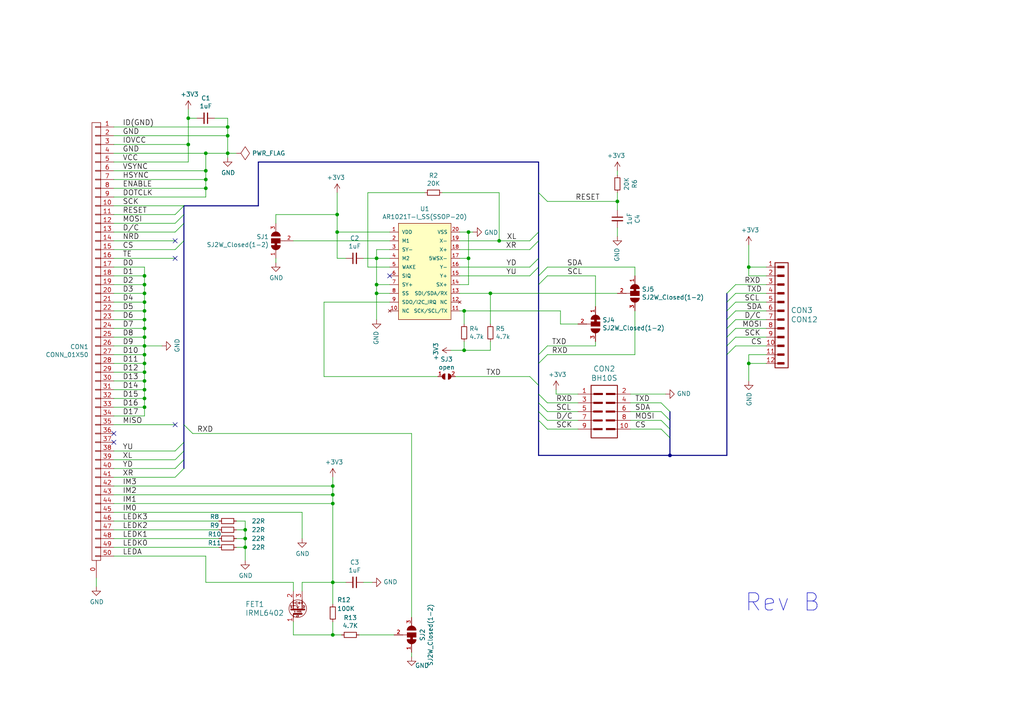
<source format=kicad_sch>
(kicad_sch (version 20230121) (generator eeschema)
  (paper "A4")
  (lib_symbols
    (symbol "MOD-LCD2.8RTP_RevB-rescue:+3.3V-MOD-LCD2.8RTP" (power) (pin_names (offset 0))
      (property "Value" "+3.3V-MOD-LCD2.8RTP" (at 0 3.556 0))
      (symbol "+3.3V-MOD-LCD2.8RTP_1_1"
        (pin power_in line (at 0 0 90) (length 0) hide (name "+3V3") (number "1"))
      )
    )
    (symbol "MOD-LCD2.8RTP_RevB-rescue:AR1021T-I_SS(SSOP-20)-MOD-LCD2.8RTP" (pin_names (offset 1.016))
      (property "Reference" "U" (at 0 15.24 0))
      (property "Value" "AR1021T-I_SS(SSOP-20)-MOD-LCD2.8RTP" (at 0 -17.78 0))
      (symbol "AR1021T-I_SS(SSOP-20)-MOD-LCD2.8RTP_1_1"
        (pin power_in line (at -10.16 10.16 0) (length 2.4892) (name "VDD") (number "1"))
        (pin no_connect line (at -10.16 -12.7 0) (length 2.4892) (name "NC") (number "10"))
        (pin bidirectional line (at 10.16 -12.7 180) (length 2.4892) (name "SCK/SCL/TX") (number "11"))
        (pin no_connect line (at 10.16 -10.16 180) (length 2.4892) (name "NC") (number "12"))
        (pin bidirectional line (at 10.16 -7.62 180) (length 2.4892) (name "SDI/SDA/RX") (number "13"))
        (pin input line (at 10.16 -5.08 180) (length 2.4892) (name "SX+") (number "14"))
        (pin output line (at 10.16 -2.54 180) (length 2.4892) (name "Y+") (number "15"))
        (pin output line (at 10.16 0 180) (length 2.4892) (name "Y-") (number "16"))
        (pin input line (at 10.16 2.54 180) (length 2.4892) (name "5WSX-") (number "17"))
        (pin output line (at 10.16 5.08 180) (length 2.4892) (name "X+") (number "18"))
        (pin output line (at 10.16 7.62 180) (length 2.4892) (name "X-") (number "19"))
        (pin input line (at -10.16 7.62 0) (length 2.4892) (name "M1") (number "2"))
        (pin power_in line (at 10.16 10.16 180) (length 2.4892) (name "VSS") (number "20"))
        (pin input line (at -10.16 5.08 0) (length 2.4892) (name "SY-") (number "3"))
        (pin input line (at -10.16 2.54 0) (length 2.4892) (name "M2") (number "4"))
        (pin input line (at -10.16 0 0) (length 2.4892) (name "WAKE") (number "5"))
        (pin output line (at -10.16 -2.54 0) (length 2.4892) (name "SIQ") (number "6"))
        (pin input line (at -10.16 -5.08 0) (length 2.4892) (name "SY+") (number "7"))
        (pin input line (at -10.16 -7.62 0) (length 2.4892) (name "SS") (number "8"))
        (pin output line (at -10.16 -10.16 0) (length 2.4892) (name "SDO/I2C_IRQ") (number "9"))
      )
    )
    (symbol "MOD-LCD2.8RTP_RevB-rescue:BH10S-MOD-LCD2.8RTP" (pin_names (offset 1.016) hide)
      (property "Reference" "CON" (at 0.0508 8.9154 0))
      (property "Value" "BH10S-MOD-LCD2.8RTP" (at 0.3048 -9.4234 0))
      (symbol "BH10S-MOD-LCD2.8RTP_1_1"
        (pin passive line (at -7.62 5.08 0) (length 3.7084) (name "1") (number "1"))
        (pin passive line (at 7.62 -5.08 180) (length 3.7084) (name "10") (number "10"))
        (pin passive line (at 7.62 5.08 180) (length 3.7084) (name "2") (number "2"))
        (pin passive line (at -7.62 2.54 0) (length 3.7084) (name "3") (number "3"))
        (pin passive line (at 7.62 2.54 180) (length 3.7084) (name "4") (number "4"))
        (pin passive line (at -7.62 0 0) (length 3.7084) (name "5") (number "5"))
        (pin passive line (at 7.62 0 180) (length 3.7084) (name "6") (number "6"))
        (pin passive line (at -7.62 -2.54 0) (length 3.7084) (name "7") (number "7"))
        (pin passive line (at 7.62 -2.54 180) (length 3.7084) (name "8") (number "8"))
        (pin passive line (at -7.62 -5.08 0) (length 3.7084) (name "9") (number "9"))
      )
    )
    (symbol "MOD-LCD2.8RTP_RevB-rescue:CON12-MOD-LCD2.8RTP" (pin_names (offset 1.016))
      (property "Reference" "CON" (at -1.27 15.24 0))
      (property "Value" "CON12-MOD-LCD2.8RTP" (at 0 -17.78 0))
      (symbol "CON12-MOD-LCD2.8RTP_1_1"
        (pin passive line (at 2.54 12.7 180) (length 2.54) (name "~") (number "1"))
        (pin passive line (at 2.54 -10.16 180) (length 2.54) (name "~") (number "10"))
        (pin passive line (at 2.54 -12.7 180) (length 2.54) (name "~") (number "11"))
        (pin passive line (at 2.54 -15.24 180) (length 2.54) (name "~") (number "12"))
        (pin passive line (at 2.54 10.16 180) (length 2.54) (name "~") (number "2"))
        (pin passive line (at 2.54 7.62 180) (length 2.54) (name "~") (number "3"))
        (pin passive line (at 2.54 5.08 180) (length 2.54) (name "~") (number "4"))
        (pin passive line (at 2.54 2.54 180) (length 2.54) (name "~") (number "5"))
        (pin passive line (at 2.54 0 180) (length 2.54) (name "~") (number "6"))
        (pin passive line (at 2.54 -2.54 180) (length 2.54) (name "~") (number "7"))
        (pin passive line (at 2.54 -5.08 180) (length 2.54) (name "~") (number "8"))
        (pin passive line (at 2.54 -7.62 180) (length 2.54) (name "~") (number "9"))
      )
    )
    (symbol "MOD-LCD2.8RTP_RevB-rescue:CONN_01X50-MOD-LCD2.8RTP" (pin_names (offset 1.016) hide)
      (property "Reference" "CON" (at 0 64.77 0))
      (property "Value" "CONN_01X50-MOD-LCD2.8RTP" (at 2.54 12.7 90))
      (symbol "CONN_01X50-MOD-LCD2.8RTP_1_1"
        (pin passive line (at 0 -68.58 90) (length 5.08) (name "P0") (number "0"))
        (pin passive line (at -5.08 62.23 0) (length 3.81) (name "P1") (number "1"))
        (pin passive line (at -5.08 39.37 0) (length 3.81) (name "P10") (number "10"))
        (pin passive line (at -5.08 36.83 0) (length 3.81) (name "P11") (number "11"))
        (pin passive line (at -5.08 34.29 0) (length 3.81) (name "P12") (number "12"))
        (pin passive line (at -5.08 31.75 0) (length 3.81) (name "P13") (number "13"))
        (pin passive line (at -5.08 29.21 0) (length 3.81) (name "P14") (number "14"))
        (pin passive line (at -5.08 26.67 0) (length 3.81) (name "P15") (number "15"))
        (pin passive line (at -5.08 24.13 0) (length 3.81) (name "P16") (number "16"))
        (pin passive line (at -5.08 21.59 0) (length 3.81) (name "P17") (number "17"))
        (pin passive line (at -5.08 19.05 0) (length 3.81) (name "P18") (number "18"))
        (pin passive line (at -5.08 16.51 0) (length 3.81) (name "P19") (number "19"))
        (pin passive line (at -5.08 59.69 0) (length 3.81) (name "P2") (number "2"))
        (pin passive line (at -5.08 13.97 0) (length 3.81) (name "P20") (number "20"))
        (pin passive line (at -5.08 11.43 0) (length 3.81) (name "P21") (number "21"))
        (pin passive line (at -5.08 8.89 0) (length 3.81) (name "P22") (number "22"))
        (pin passive line (at -5.08 6.35 0) (length 3.81) (name "P23") (number "23"))
        (pin passive line (at -5.08 3.81 0) (length 3.81) (name "P24") (number "24"))
        (pin passive line (at -5.08 1.27 0) (length 3.81) (name "P25") (number "25"))
        (pin passive line (at -5.08 -1.27 0) (length 3.81) (name "P26") (number "26"))
        (pin passive line (at -5.08 -3.81 0) (length 3.81) (name "P27") (number "27"))
        (pin passive line (at -5.08 -6.35 0) (length 3.81) (name "P28") (number "28"))
        (pin passive line (at -5.08 -8.89 0) (length 3.81) (name "P29") (number "29"))
        (pin passive line (at -5.08 57.15 0) (length 3.81) (name "P3") (number "3"))
        (pin passive line (at -5.08 -11.43 0) (length 3.81) (name "P30") (number "30"))
        (pin passive line (at -5.08 -13.97 0) (length 3.81) (name "P31") (number "31"))
        (pin passive line (at -5.08 -16.51 0) (length 3.81) (name "P32") (number "32"))
        (pin passive line (at -5.08 -19.05 0) (length 3.81) (name "P33") (number "33"))
        (pin passive line (at -5.08 -21.59 0) (length 3.81) (name "P34") (number "34"))
        (pin passive line (at -5.08 -24.13 0) (length 3.81) (name "P35") (number "35"))
        (pin passive line (at -5.08 -26.67 0) (length 3.81) (name "P36") (number "36"))
        (pin passive line (at -5.08 -29.21 0) (length 3.81) (name "P37") (number "37"))
        (pin passive line (at -5.08 -31.75 0) (length 3.81) (name "P38") (number "38"))
        (pin passive line (at -5.08 -34.29 0) (length 3.81) (name "P39") (number "39"))
        (pin passive line (at -5.08 54.61 0) (length 3.81) (name "P4") (number "4"))
        (pin passive line (at -5.08 -36.83 0) (length 3.81) (name "P40") (number "40"))
        (pin passive line (at -5.08 -39.37 0) (length 3.81) (name "P4") (number "41"))
        (pin passive line (at -5.08 -41.91 0) (length 3.81) (name "P42") (number "42"))
        (pin passive line (at -5.08 -44.45 0) (length 3.81) (name "P43") (number "43"))
        (pin passive line (at -5.08 -46.99 0) (length 3.81) (name "P44") (number "44"))
        (pin passive line (at -5.08 -49.53 0) (length 3.81) (name "P45") (number "45"))
        (pin passive line (at -5.08 -52.07 0) (length 3.81) (name "P46") (number "46"))
        (pin passive line (at -5.08 -54.61 0) (length 3.81) (name "P47") (number "47"))
        (pin passive line (at -5.08 -57.15 0) (length 3.81) (name "P48") (number "48"))
        (pin passive line (at -5.08 -59.69 0) (length 3.81) (name "P49") (number "49"))
        (pin passive line (at -5.08 52.07 0) (length 3.81) (name "P5") (number "5"))
        (pin passive line (at -5.08 -62.23 0) (length 3.81) (name "P50") (number "50"))
        (pin passive line (at -5.08 49.53 0) (length 3.81) (name "P6") (number "6"))
        (pin passive line (at -5.08 46.99 0) (length 3.81) (name "P7") (number "7"))
        (pin passive line (at -5.08 44.45 0) (length 3.81) (name "P8") (number "8"))
        (pin passive line (at -5.08 41.91 0) (length 3.81) (name "P9") (number "9"))
      )
    )
    (symbol "MOD-LCD2.8RTP_RevB-rescue:C_Small-MOD-LCD2.8RTP" (pin_numbers hide) (pin_names (offset 0.254) hide)
      (property "Reference" "C" (at 0.254 1.778 0))
      (property "Value" "C_Small-MOD-LCD2.8RTP" (at 0.254 -2.032 0))
      (symbol "C_Small-MOD-LCD2.8RTP_1_1"
        (pin passive line (at 0 2.54 270) (length 1.905) (name "~") (number "1"))
        (pin passive line (at 0 -2.54 90) (length 2.032) (name "~") (number "2"))
      )
    )
    (symbol "MOD-LCD2.8RTP_RevB-rescue:GND-MOD-LCD2.8RTP" (power) (pin_names (offset 0))
      (property "Value" "GND-MOD-LCD2.8RTP" (at 0 -3.81 0))
      (symbol "GND-MOD-LCD2.8RTP_1_1"
        (pin power_in line (at 0 0 270) (length 0) hide (name "GND") (number "1"))
      )
    )
    (symbol "MOD-LCD2.8RTP_RevB-rescue:N-MOS+DIOD_Small-MOD-LCD2.8RTP" (pin_names (offset 0) hide)
      (property "Reference" "FET" (at 0 3.81 0))
      (property "Value" "N-MOS+DIOD_Small-MOD-LCD2.8RTP" (at 0 -5.08 0))
      (symbol "N-MOS+DIOD_Small-MOD-LCD2.8RTP_0_0"
        (text "D" (at 0.5588 1.778 900) (effects (font (size 0.635 0.635))))
        (text "N-MOS" (at -0.889 -0.0254 900) (effects (font (size 0.4064 0.4064))))
        (text "S" (at 0.5842 -1.8796 900) (effects (font (size 0.635 0.635))))
      )
      (symbol "N-MOS+DIOD_Small-MOD-LCD2.8RTP_1_0"
        (text "G" (at -2.159 -0.0762 0) (effects (font (size 0.635 0.635))))
      )
      (symbol "N-MOS+DIOD_Small-MOD-LCD2.8RTP_1_1"
        (pin input line (at -3.81 -1.27 0) (length 1.27) (name "G") (number "1"))
        (pin passive line (at 5.08 -1.27 180) (length 2.54) (name "S") (number "2"))
        (pin passive line (at 5.08 1.27 180) (length 2.54) (name "D") (number "3"))
      )
    )
    (symbol "MOD-LCD2.8RTP_RevB-rescue:PWR_FLAG-MOD-LCD2.8RTP" (power) (pin_numbers hide) (pin_names (offset 0) hide)
      (property "Value" "PWR_FLAG-MOD-LCD2.8RTP" (at 0 4.572 0))
      (symbol "PWR_FLAG-MOD-LCD2.8RTP_0_0"
        (pin power_out line (at 0 0 90) (length 0) (name "pwr") (number "1"))
      )
    )
    (symbol "MOD-LCD2.8RTP_RevB-rescue:R_Small-MOD-LCD2.8RTP" (pin_numbers hide) (pin_names (offset 0.254) hide)
      (property "Reference" "R" (at 0.762 0.508 0))
      (property "Value" "R_Small-MOD-LCD2.8RTP" (at 0.762 -1.016 0))
      (symbol "R_Small-MOD-LCD2.8RTP_1_1"
        (pin passive line (at 0 2.54 270) (length 0.762) (name "~") (number "1"))
        (pin passive line (at 0 -2.54 90) (length 0.762) (name "~") (number "2"))
      )
    )
    (symbol "MOD-LCD2.8RTP_RevB-rescue:SJ-OLIMEX_Jumpers" (pin_names (offset 1.016) hide)
      (property "Reference" "SJ" (at -1.27 1.905 0))
      (property "Value" "OLIMEX_Jumpers:SJ" (at -1.27 -2.54 0))
      (symbol "SJ-OLIMEX_Jumpers_1_1"
        (pin passive line (at -2.54 0 0) (length 1.27) (name "1") (number "1"))
        (pin passive line (at 2.54 0 180) (length 1.27) (name "2") (number "2"))
      )
    )
    (symbol "MOD-LCD2.8RTP_RevB-rescue:SJ2W_Closed(1-2)-MOD-LCD2.8RTP" (pin_names (offset 1.016) hide)
      (property "Reference" "SJ" (at 2.54 0.381 0))
      (property "Value" "SJ2W_Closed(1-2)-MOD-LCD2.8RTP" (at 2.54 -1.905 0))
      (symbol "SJ2W_Closed(1-2)-MOD-LCD2.8RTP_1_1"
        (pin passive line (at 0 5.08 270) (length 2.54) (name "1") (number "1"))
        (pin passive line (at -5.08 0 0) (length 2.54) (name "2") (number "2"))
        (pin passive line (at 0 -5.08 90) (length 2.54) (name "3") (number "3"))
      )
    )
  )
  (junction (at 96.52 143.51))
  (junction (at 96.52 146.05))
  (junction (at 144.78 69.85))
  (junction (at 97.79 67.31))
  (junction (at 135.89 67.31))
  (junction (at 41.91 118.11))
  (junction (at 41.91 107.95))
  (junction (at 66.04 39.37))
  (junction (at 71.12 158.75))
  (junction (at 41.91 82.55))
  (junction (at 54.61 41.91))
  (junction (at 71.12 153.67))
  (junction (at 59.69 54.61))
  (junction (at 109.22 82.55))
  (junction (at 217.17 105.41))
  (junction (at 194.31 132.08))
  (junction (at 109.22 85.09))
  (junction (at 54.61 34.29))
  (junction (at 41.91 100.33))
  (junction (at 96.52 184.15))
  (junction (at 41.91 85.09))
  (junction (at 41.91 95.25))
  (junction (at 134.62 90.17))
  (junction (at 41.91 115.57))
  (junction (at 96.52 140.97))
  (junction (at 97.79 62.23))
  (junction (at 41.91 87.63))
  (junction (at 96.52 168.91))
  (junction (at 59.69 52.07))
  (junction (at 41.91 92.71))
  (junction (at 217.17 77.47))
  (junction (at 142.24 85.09))
  (junction (at 66.04 44.45))
  (junction (at 41.91 97.79))
  (junction (at 66.04 36.83))
  (junction (at 59.69 49.53))
  (junction (at 41.91 80.01))
  (junction (at 135.89 74.93))
  (junction (at 41.91 102.87))
  (junction (at 41.91 90.17))
  (junction (at 41.91 113.03))
  (junction (at 41.91 105.41))
  (junction (at 109.22 74.93))
  (junction (at 59.69 44.45))
  (junction (at 41.91 110.49))
  (junction (at 179.07 58.42))
  (junction (at 134.62 101.6))
  (junction (at 71.12 156.21))
  (no_connect (at 33.02 128.27))
  (no_connect (at 50.8 123.19))
  (no_connect (at 33.02 125.73))
  (no_connect (at 50.8 74.93))
  (no_connect (at 113.03 80.01))
  (no_connect (at 50.8 69.85))
  (bus_entry (at 213.36 100.33) (size -2.54 2.54))
  (bus_entry (at 158.75 100.33) (size -2.54 2.54))
  (bus_entry (at 213.36 85.09) (size -2.54 2.54))
  (bus_entry (at 156.21 77.47) (size -2.54 2.54))
  (bus_entry (at 156.21 121.92) (size 2.54 2.54))
  (bus_entry (at 213.36 87.63) (size -2.54 2.54))
  (bus_entry (at 158.75 58.42) (size -2.54 -2.54))
  (bus_entry (at 50.8 138.43) (size 2.54 -2.54))
  (bus_entry (at 191.77 119.38) (size 2.54 2.54))
  (bus_entry (at 213.36 95.25) (size -2.54 2.54))
  (bus_entry (at 50.8 72.39) (size 2.54 -2.54))
  (bus_entry (at 191.77 121.92) (size 2.54 2.54))
  (bus_entry (at 156.21 69.85) (size -2.54 2.54))
  (bus_entry (at 153.67 109.22) (size 2.54 2.54))
  (bus_entry (at 156.21 116.84) (size 2.54 2.54))
  (bus_entry (at 213.36 92.71) (size -2.54 2.54))
  (bus_entry (at 156.21 67.31) (size -2.54 2.54))
  (bus_entry (at 50.8 67.31) (size 2.54 -2.54))
  (bus_entry (at 50.8 130.81) (size 2.54 -2.54))
  (bus_entry (at 50.8 133.35) (size 2.54 -2.54))
  (bus_entry (at 50.8 135.89) (size 2.54 -2.54))
  (bus_entry (at 50.8 62.23) (size 2.54 -2.54))
  (bus_entry (at 158.75 102.87) (size -2.54 2.54))
  (bus_entry (at 50.8 64.77) (size 2.54 -2.54))
  (bus_entry (at 213.36 97.79) (size -2.54 2.54))
  (bus_entry (at 156.21 114.3) (size 2.54 2.54))
  (bus_entry (at 53.34 123.19) (size 2.54 2.54))
  (bus_entry (at 158.75 77.47) (size -2.54 2.54))
  (bus_entry (at 156.21 119.38) (size 2.54 2.54))
  (bus_entry (at 191.77 124.46) (size 2.54 2.54))
  (bus_entry (at 213.36 82.55) (size -2.54 2.54))
  (bus_entry (at 213.36 90.17) (size -2.54 2.54))
  (bus_entry (at 158.75 80.01) (size -2.54 2.54))
  (bus_entry (at 156.21 74.93) (size -2.54 2.54))
  (bus_entry (at 191.77 116.84) (size 2.54 2.54))
  (wire (pts (xy 87.63 171.45) (xy 87.63 168.91)))
  (wire (pts (xy 59.69 168.91) (xy 85.09 168.91)))
  (wire (pts (xy 113.03 74.93) (xy 109.22 74.93)))
  (wire (pts (xy 33.02 115.57) (xy 41.91 115.57)))
  (wire (pts (xy 123.19 55.88) (xy 106.68 55.88)))
  (wire (pts (xy 96.52 184.15) (xy 99.06 184.15)))
  (wire (pts (xy 33.02 97.79) (xy 41.91 97.79)))
  (wire (pts (xy 158.75 116.84) (xy 167.64 116.84)))
  (wire (pts (xy 33.02 158.75) (xy 63.5 158.75)))
  (wire (pts (xy 109.22 74.93) (xy 109.22 82.55)))
  (wire (pts (xy 80.01 64.77) (xy 80.01 62.23)))
  (wire (pts (xy 59.69 57.15) (xy 59.69 54.61)))
  (bus (pts (xy 156.21 74.93) (xy 156.21 77.47)))
  (wire (pts (xy 85.09 184.15) (xy 96.52 184.15)))
  (wire (pts (xy 135.89 74.93) (xy 135.89 82.55)))
  (wire (pts (xy 217.17 77.47) (xy 217.17 71.12)))
  (wire (pts (xy 135.89 67.31) (xy 135.89 74.93)))
  (wire (pts (xy 162.56 93.98) (xy 167.64 93.98)))
  (wire (pts (xy 97.79 74.93) (xy 100.33 74.93)))
  (wire (pts (xy 41.91 77.47) (xy 41.91 80.01)))
  (wire (pts (xy 41.91 100.33) (xy 41.91 102.87)))
  (wire (pts (xy 105.41 168.91) (xy 107.95 168.91)))
  (wire (pts (xy 41.91 115.57) (xy 41.91 118.11)))
  (wire (pts (xy 33.02 72.39) (xy 50.8 72.39)))
  (wire (pts (xy 33.02 49.53) (xy 59.69 49.53)))
  (wire (pts (xy 68.58 151.13) (xy 71.12 151.13)))
  (wire (pts (xy 33.02 130.81) (xy 50.8 130.81)))
  (wire (pts (xy 33.02 107.95) (xy 41.91 107.95)))
  (wire (pts (xy 96.52 138.43) (xy 96.52 140.97)))
  (wire (pts (xy 172.72 80.01) (xy 158.75 80.01)))
  (wire (pts (xy 97.79 62.23) (xy 97.79 67.31)))
  (wire (pts (xy 133.35 72.39) (xy 153.67 72.39)))
  (wire (pts (xy 222.25 97.79) (xy 213.36 97.79)))
  (wire (pts (xy 66.04 36.83) (xy 66.04 39.37)))
  (wire (pts (xy 106.68 55.88) (xy 106.68 77.47)))
  (wire (pts (xy 179.07 49.53) (xy 179.07 50.8)))
  (wire (pts (xy 33.02 105.41) (xy 41.91 105.41)))
  (wire (pts (xy 71.12 156.21) (xy 68.58 156.21)))
  (bus (pts (xy 156.21 80.01) (xy 156.21 82.55)))
  (wire (pts (xy 97.79 55.88) (xy 97.79 62.23)))
  (wire (pts (xy 54.61 41.91) (xy 54.61 46.99)))
  (wire (pts (xy 104.14 184.15) (xy 114.3 184.15)))
  (wire (pts (xy 106.68 77.47) (xy 113.03 77.47)))
  (wire (pts (xy 144.78 69.85) (xy 144.78 55.88)))
  (wire (pts (xy 96.52 168.91) (xy 96.52 175.26)))
  (wire (pts (xy 179.07 55.88) (xy 179.07 58.42)))
  (bus (pts (xy 53.34 69.85) (xy 53.34 123.19)))
  (wire (pts (xy 142.24 85.09) (xy 133.35 85.09)))
  (wire (pts (xy 222.25 95.25) (xy 213.36 95.25)))
  (wire (pts (xy 41.91 95.25) (xy 41.91 97.79)))
  (wire (pts (xy 93.98 109.22) (xy 127 109.22)))
  (bus (pts (xy 156.21 82.55) (xy 156.21 102.87)))
  (wire (pts (xy 184.15 80.01) (xy 184.15 77.47)))
  (bus (pts (xy 156.21 105.41) (xy 156.21 111.76)))
  (wire (pts (xy 222.25 77.47) (xy 217.17 77.47)))
  (wire (pts (xy 41.91 82.55) (xy 41.91 85.09)))
  (wire (pts (xy 222.25 87.63) (xy 213.36 87.63)))
  (wire (pts (xy 33.02 67.31) (xy 50.8 67.31)))
  (wire (pts (xy 133.35 74.93) (xy 135.89 74.93)))
  (wire (pts (xy 144.78 69.85) (xy 133.35 69.85)))
  (wire (pts (xy 33.02 146.05) (xy 96.52 146.05)))
  (wire (pts (xy 33.02 95.25) (xy 41.91 95.25)))
  (wire (pts (xy 222.25 100.33) (xy 213.36 100.33)))
  (wire (pts (xy 144.78 55.88) (xy 128.27 55.88)))
  (wire (pts (xy 134.62 90.17) (xy 134.62 93.98)))
  (bus (pts (xy 53.34 133.35) (xy 53.34 135.89)))
  (wire (pts (xy 217.17 105.41) (xy 217.17 110.49)))
  (bus (pts (xy 156.21 114.3) (xy 156.21 116.84)))
  (bus (pts (xy 156.21 116.84) (xy 156.21 119.38)))
  (wire (pts (xy 41.91 107.95) (xy 41.91 110.49)))
  (wire (pts (xy 113.03 72.39) (xy 109.22 72.39)))
  (wire (pts (xy 93.98 87.63) (xy 93.98 109.22)))
  (bus (pts (xy 210.82 92.71) (xy 210.82 95.25)))
  (wire (pts (xy 134.62 101.6) (xy 130.81 101.6)))
  (bus (pts (xy 210.82 100.33) (xy 210.82 102.87)))
  (wire (pts (xy 46.99 100.33) (xy 41.91 100.33)))
  (wire (pts (xy 135.89 82.55) (xy 133.35 82.55)))
  (wire (pts (xy 87.63 168.91) (xy 96.52 168.91)))
  (wire (pts (xy 33.02 52.07) (xy 59.69 52.07)))
  (wire (pts (xy 184.15 77.47) (xy 158.75 77.47)))
  (wire (pts (xy 97.79 67.31) (xy 97.79 74.93)))
  (wire (pts (xy 161.29 114.3) (xy 161.29 113.03)))
  (wire (pts (xy 172.72 99.06) (xy 172.72 100.33)))
  (wire (pts (xy 109.22 82.55) (xy 109.22 85.09)))
  (bus (pts (xy 53.34 62.23) (xy 53.34 64.77)))
  (wire (pts (xy 33.02 64.77) (xy 50.8 64.77)))
  (wire (pts (xy 167.64 124.46) (xy 158.75 124.46)))
  (bus (pts (xy 53.34 64.77) (xy 53.34 69.85)))
  (wire (pts (xy 57.15 34.29) (xy 54.61 34.29)))
  (wire (pts (xy 142.24 85.09) (xy 179.07 85.09)))
  (bus (pts (xy 156.21 102.87) (xy 156.21 105.41)))
  (wire (pts (xy 33.02 110.49) (xy 41.91 110.49)))
  (bus (pts (xy 74.93 46.99) (xy 74.93 59.69)))
  (wire (pts (xy 182.88 116.84) (xy 191.77 116.84)))
  (wire (pts (xy 33.02 120.65) (xy 41.91 120.65)))
  (bus (pts (xy 194.31 119.38) (xy 194.31 121.92)))
  (wire (pts (xy 134.62 101.6) (xy 142.24 101.6)))
  (wire (pts (xy 113.03 87.63) (xy 93.98 87.63)))
  (wire (pts (xy 167.64 114.3) (xy 161.29 114.3)))
  (bus (pts (xy 210.82 85.09) (xy 210.82 87.63)))
  (wire (pts (xy 153.67 77.47) (xy 133.35 77.47)))
  (wire (pts (xy 33.02 77.47) (xy 41.91 77.47)))
  (wire (pts (xy 33.02 156.21) (xy 63.5 156.21)))
  (wire (pts (xy 33.02 59.69) (xy 53.34 59.69)))
  (wire (pts (xy 33.02 143.51) (xy 96.52 143.51)))
  (wire (pts (xy 33.02 85.09) (xy 41.91 85.09)))
  (wire (pts (xy 33.02 90.17) (xy 41.91 90.17)))
  (wire (pts (xy 71.12 153.67) (xy 71.12 156.21)))
  (wire (pts (xy 167.64 121.92) (xy 158.75 121.92)))
  (bus (pts (xy 194.31 127) (xy 194.31 132.08)))
  (wire (pts (xy 41.91 118.11) (xy 41.91 120.65)))
  (wire (pts (xy 41.91 90.17) (xy 41.91 92.71)))
  (bus (pts (xy 210.82 132.08) (xy 194.31 132.08)))
  (wire (pts (xy 54.61 46.99) (xy 33.02 46.99)))
  (wire (pts (xy 119.38 125.73) (xy 119.38 179.07)))
  (wire (pts (xy 96.52 146.05) (xy 96.52 168.91)))
  (wire (pts (xy 33.02 102.87) (xy 41.91 102.87)))
  (wire (pts (xy 33.02 113.03) (xy 41.91 113.03)))
  (wire (pts (xy 96.52 143.51) (xy 96.52 146.05)))
  (wire (pts (xy 41.91 113.03) (xy 41.91 115.57)))
  (wire (pts (xy 33.02 140.97) (xy 96.52 140.97)))
  (wire (pts (xy 80.01 74.93) (xy 80.01 76.2)))
  (wire (pts (xy 162.56 90.17) (xy 162.56 93.98)))
  (wire (pts (xy 158.75 102.87) (xy 184.15 102.87)))
  (wire (pts (xy 54.61 41.91) (xy 33.02 41.91)))
  (wire (pts (xy 66.04 44.45) (xy 66.04 45.72)))
  (wire (pts (xy 66.04 44.45) (xy 68.58 44.45)))
  (bus (pts (xy 53.34 130.81) (xy 53.34 133.35)))
  (wire (pts (xy 33.02 87.63) (xy 41.91 87.63)))
  (wire (pts (xy 33.02 161.29) (xy 59.69 161.29)))
  (wire (pts (xy 182.88 124.46) (xy 191.77 124.46)))
  (wire (pts (xy 71.12 158.75) (xy 68.58 158.75)))
  (bus (pts (xy 156.21 121.92) (xy 156.21 132.08)))
  (wire (pts (xy 33.02 123.19) (xy 50.8 123.19)))
  (bus (pts (xy 210.82 97.79) (xy 210.82 100.33)))
  (wire (pts (xy 179.07 58.42) (xy 179.07 60.96)))
  (bus (pts (xy 156.21 46.99) (xy 156.21 55.88)))
  (wire (pts (xy 54.61 31.75) (xy 54.61 34.29)))
  (wire (pts (xy 113.03 85.09) (xy 109.22 85.09)))
  (wire (pts (xy 109.22 72.39) (xy 109.22 74.93)))
  (bus (pts (xy 156.21 55.88) (xy 156.21 67.31)))
  (bus (pts (xy 156.21 119.38) (xy 156.21 121.92)))
  (wire (pts (xy 96.52 180.34) (xy 96.52 184.15)))
  (wire (pts (xy 59.69 52.07) (xy 59.69 49.53)))
  (wire (pts (xy 217.17 102.87) (xy 217.17 105.41)))
  (bus (pts (xy 53.34 128.27) (xy 53.34 130.81)))
  (wire (pts (xy 142.24 85.09) (xy 142.24 93.98)))
  (wire (pts (xy 33.02 62.23) (xy 50.8 62.23)))
  (bus (pts (xy 156.21 46.99) (xy 74.93 46.99)))
  (wire (pts (xy 135.89 67.31) (xy 137.16 67.31)))
  (bus (pts (xy 156.21 77.47) (xy 156.21 80.01)))
  (wire (pts (xy 33.02 36.83) (xy 66.04 36.83)))
  (wire (pts (xy 66.04 39.37) (xy 66.04 44.45)))
  (wire (pts (xy 59.69 49.53) (xy 59.69 44.45)))
  (wire (pts (xy 66.04 34.29) (xy 66.04 36.83)))
  (wire (pts (xy 41.91 97.79) (xy 41.91 100.33)))
  (wire (pts (xy 33.02 44.45) (xy 59.69 44.45)))
  (wire (pts (xy 33.02 151.13) (xy 63.5 151.13)))
  (wire (pts (xy 87.63 148.59) (xy 87.63 156.21)))
  (wire (pts (xy 54.61 34.29) (xy 54.61 41.91)))
  (bus (pts (xy 53.34 123.19) (xy 53.34 128.27)))
  (wire (pts (xy 85.09 168.91) (xy 85.09 171.45)))
  (wire (pts (xy 41.91 110.49) (xy 41.91 113.03)))
  (wire (pts (xy 132.08 109.22) (xy 153.67 109.22)))
  (wire (pts (xy 71.12 158.75) (xy 71.12 162.56)))
  (wire (pts (xy 217.17 80.01) (xy 217.17 77.47)))
  (wire (pts (xy 167.64 119.38) (xy 158.75 119.38)))
  (wire (pts (xy 33.02 80.01) (xy 41.91 80.01)))
  (wire (pts (xy 134.62 90.17) (xy 133.35 90.17)))
  (wire (pts (xy 153.67 69.85) (xy 144.78 69.85)))
  (wire (pts (xy 222.25 105.41) (xy 217.17 105.41)))
  (bus (pts (xy 210.82 102.87) (xy 210.82 132.08)))
  (bus (pts (xy 156.21 111.76) (xy 156.21 114.3)))
  (wire (pts (xy 41.91 87.63) (xy 41.91 90.17)))
  (wire (pts (xy 27.94 170.18) (xy 27.94 167.64)))
  (wire (pts (xy 85.09 180.34) (xy 85.09 184.15)))
  (wire (pts (xy 59.69 54.61) (xy 59.69 52.07)))
  (wire (pts (xy 222.25 92.71) (xy 213.36 92.71)))
  (wire (pts (xy 182.88 121.92) (xy 191.77 121.92)))
  (wire (pts (xy 80.01 62.23) (xy 97.79 62.23)))
  (wire (pts (xy 172.72 88.9) (xy 172.72 80.01)))
  (wire (pts (xy 142.24 101.6) (xy 142.24 99.06)))
  (wire (pts (xy 59.69 44.45) (xy 66.04 44.45)))
  (wire (pts (xy 33.02 82.55) (xy 41.91 82.55)))
  (wire (pts (xy 85.09 69.85) (xy 113.03 69.85)))
  (wire (pts (xy 222.25 85.09) (xy 213.36 85.09)))
  (wire (pts (xy 71.12 156.21) (xy 71.12 158.75)))
  (bus (pts (xy 156.21 67.31) (xy 156.21 69.85)))
  (bus (pts (xy 156.21 69.85) (xy 156.21 74.93)))
  (wire (pts (xy 33.02 118.11) (xy 41.91 118.11)))
  (wire (pts (xy 55.88 125.73) (xy 119.38 125.73)))
  (bus (pts (xy 194.31 132.08) (xy 156.21 132.08)))
  (wire (pts (xy 97.79 67.31) (xy 113.03 67.31)))
  (wire (pts (xy 33.02 100.33) (xy 41.91 100.33)))
  (wire (pts (xy 33.02 153.67) (xy 63.5 153.67)))
  (wire (pts (xy 62.23 34.29) (xy 66.04 34.29)))
  (wire (pts (xy 66.04 39.37) (xy 33.02 39.37)))
  (wire (pts (xy 172.72 100.33) (xy 158.75 100.33)))
  (wire (pts (xy 33.02 133.35) (xy 50.8 133.35)))
  (wire (pts (xy 109.22 74.93) (xy 105.41 74.93)))
  (bus (pts (xy 210.82 90.17) (xy 210.82 92.71)))
  (wire (pts (xy 33.02 57.15) (xy 59.69 57.15)))
  (wire (pts (xy 33.02 69.85) (xy 50.8 69.85)))
  (wire (pts (xy 33.02 92.71) (xy 41.91 92.71)))
  (wire (pts (xy 158.75 58.42) (xy 179.07 58.42)))
  (wire (pts (xy 59.69 161.29) (xy 59.69 168.91)))
  (bus (pts (xy 210.82 95.25) (xy 210.82 97.79)))
  (wire (pts (xy 68.58 153.67) (xy 71.12 153.67)))
  (wire (pts (xy 213.36 82.55) (xy 222.25 82.55)))
  (wire (pts (xy 41.91 102.87) (xy 41.91 105.41)))
  (wire (pts (xy 119.38 189.23) (xy 119.38 190.5)))
  (bus (pts (xy 194.31 121.92) (xy 194.31 124.46)))
  (wire (pts (xy 182.88 114.3) (xy 193.04 114.3)))
  (wire (pts (xy 33.02 138.43) (xy 50.8 138.43)))
  (wire (pts (xy 33.02 54.61) (xy 59.69 54.61)))
  (wire (pts (xy 184.15 102.87) (xy 184.15 90.17)))
  (wire (pts (xy 109.22 85.09) (xy 109.22 92.71)))
  (wire (pts (xy 179.07 66.04) (xy 179.07 68.58)))
  (wire (pts (xy 41.91 80.01) (xy 41.91 82.55)))
  (wire (pts (xy 41.91 85.09) (xy 41.91 87.63)))
  (wire (pts (xy 41.91 92.71) (xy 41.91 95.25)))
  (wire (pts (xy 134.62 99.06) (xy 134.62 101.6)))
  (bus (pts (xy 194.31 124.46) (xy 194.31 127)))
  (wire (pts (xy 133.35 80.01) (xy 153.67 80.01)))
  (wire (pts (xy 222.25 80.01) (xy 217.17 80.01)))
  (wire (pts (xy 133.35 67.31) (xy 135.89 67.31)))
  (wire (pts (xy 41.91 105.41) (xy 41.91 107.95)))
  (wire (pts (xy 222.25 90.17) (xy 213.36 90.17)))
  (bus (pts (xy 210.82 87.63) (xy 210.82 90.17)))
  (wire (pts (xy 96.52 140.97) (xy 96.52 143.51)))
  (wire (pts (xy 33.02 135.89) (xy 50.8 135.89)))
  (bus (pts (xy 74.93 59.69) (xy 53.34 59.69)))
  (wire (pts (xy 71.12 151.13) (xy 71.12 153.67)))
  (wire (pts (xy 33.02 74.93) (xy 50.8 74.93)))
  (wire (pts (xy 87.63 148.59) (xy 33.02 148.59)))
  (wire (pts (xy 222.25 102.87) (xy 217.17 102.87)))
  (wire (pts (xy 96.52 168.91) (xy 100.33 168.91)))
  (wire (pts (xy 113.03 82.55) (xy 109.22 82.55)))
  (wire (pts (xy 134.62 90.17) (xy 162.56 90.17)))
  (bus (pts (xy 53.34 59.69) (xy 53.34 62.23)))
  (wire (pts (xy 182.88 119.38) (xy 191.77 119.38)))
  (text "Rev B" (at 215.9 177.8 0) (effects (font (size 5.0038 5.0038)) (justify left bottom)))
  (label "ENABLE" (at 35.56 54.61 0) (effects (font (size 1.524 1.524))))
  (label "RXD" (at 215.9 82.55 0) (effects (font (size 1.524 1.524))))
  (label "YD" (at 149.86 77.47 180) (effects (font (size 1.524 1.524))))
  (label "MOSI" (at 35.56 64.77 0) (effects (font (size 1.524 1.524))))
  (label "NRD" (at 35.56 69.85 0) (effects (font (size 1.524 1.524))))
  (label "D16" (at 35.56 118.11 0) (effects (font (size 1.524 1.524))))
  (label "GND" (at 35.56 39.37 0) (effects (font (size 1.524 1.524))))
  (label "SCL" (at 168.91 80.01 180) (effects (font (size 1.524 1.524))))
  (label "TXD" (at 184.15 116.84 0) (effects (font (size 1.524 1.524))))
  (label "D14" (at 35.56 113.03 0) (effects (font (size 1.524 1.524))))
  (label "XR" (at 35.56 138.43 0) (effects (font (size 1.524 1.524))))
  (label "IOVCC" (at 35.56 41.91 0) (effects (font (size 1.524 1.524))))
  (label "D15" (at 35.56 115.57 0) (effects (font (size 1.524 1.524))))
  (label "D0" (at 35.56 77.47 0) (effects (font (size 1.524 1.524))))
  (label "D4" (at 35.56 87.63 0) (effects (font (size 1.524 1.524))))
  (label "SCL" (at 161.29 119.38 0) (effects (font (size 1.524 1.524))))
  (label "RESET" (at 173.99 58.42 180) (effects (font (size 1.524 1.524))))
  (label "D7" (at 35.56 95.25 0) (effects (font (size 1.524 1.524))))
  (label "SDA" (at 184.15 119.38 0) (effects (font (size 1.524 1.524))))
  (label "YD" (at 35.56 135.89 0) (effects (font (size 1.524 1.524))))
  (label "HSYNC" (at 35.56 52.07 0) (effects (font (size 1.524 1.524))))
  (label "RXD" (at 160.02 102.87 0) (effects (font (size 1.524 1.524))))
  (label "D9" (at 35.56 100.33 0) (effects (font (size 1.524 1.524))))
  (label "RXD" (at 57.15 125.73 0) (effects (font (size 1.524 1.524))))
  (label "XL" (at 35.56 133.35 0) (effects (font (size 1.524 1.524))))
  (label "CS" (at 35.56 72.39 0) (effects (font (size 1.524 1.524))))
  (label "VSYNC" (at 35.56 49.53 0) (effects (font (size 1.524 1.524))))
  (label "IM0" (at 35.56 148.59 0) (effects (font (size 1.524 1.524))))
  (label "D13" (at 35.56 110.49 0) (effects (font (size 1.524 1.524))))
  (label "D1" (at 35.56 80.01 0) (effects (font (size 1.524 1.524))))
  (label "TE" (at 35.56 74.93 0) (effects (font (size 1.524 1.524))))
  (label "VCC" (at 35.56 46.99 0) (effects (font (size 1.524 1.524))))
  (label "D/C" (at 161.29 121.92 0) (effects (font (size 1.524 1.524))))
  (label "TXD" (at 160.02 100.33 0) (effects (font (size 1.524 1.524))))
  (label "LEDK1" (at 35.56 156.21 0) (effects (font (size 1.524 1.524))))
  (label "SDA" (at 168.91 77.47 180) (effects (font (size 1.524 1.524))))
  (label "IM2" (at 35.56 143.51 0) (effects (font (size 1.524 1.524))))
  (label "LEDK0" (at 35.56 158.75 0) (effects (font (size 1.524 1.524))))
  (label "D3" (at 35.56 85.09 0) (effects (font (size 1.524 1.524))))
  (label "CS" (at 184.15 124.46 0) (effects (font (size 1.524 1.524))))
  (label "D/C" (at 215.9 92.71 0) (effects (font (size 1.524 1.524))))
  (label "RXD" (at 161.29 116.84 0) (effects (font (size 1.524 1.524))))
  (label "D6" (at 35.56 92.71 0) (effects (font (size 1.524 1.524))))
  (label "D17" (at 35.56 120.65 0) (effects (font (size 1.524 1.524))))
  (label "IM1" (at 35.56 146.05 0) (effects (font (size 1.524 1.524))))
  (label "D2" (at 35.56 82.55 0) (effects (font (size 1.524 1.524))))
  (label "SCK" (at 215.9 97.79 0) (effects (font (size 1.524 1.524))))
  (label "D10" (at 35.56 102.87 0) (effects (font (size 1.524 1.524))))
  (label "D11" (at 35.56 105.41 0) (effects (font (size 1.524 1.524))))
  (label "RESET" (at 35.56 62.23 0) (effects (font (size 1.524 1.524))))
  (label "XL" (at 149.86 69.85 180) (effects (font (size 1.524 1.524))))
  (label "LEDK3" (at 35.56 151.13 0) (effects (font (size 1.524 1.524))))
  (label "D5" (at 35.56 90.17 0) (effects (font (size 1.524 1.524))))
  (label "SCK" (at 161.29 124.46 0) (effects (font (size 1.524 1.524))))
  (label "D8" (at 35.56 97.79 0) (effects (font (size 1.524 1.524))))
  (label "DOTCLK" (at 35.56 57.15 0) (effects (font (size 1.524 1.524))))
  (label "SDA" (at 220.98 90.17 180) (effects (font (size 1.524 1.524))))
  (label "IM3" (at 35.56 140.97 0) (effects (font (size 1.524 1.524))))
  (label "D12" (at 35.56 107.95 0) (effects (font (size 1.524 1.524))))
  (label "YU" (at 35.56 130.81 0) (effects (font (size 1.524 1.524))))
  (label "ID(GND)" (at 35.56 36.83 0) (effects (font (size 1.524 1.524))))
  (label "TXD" (at 140.97 109.22 0) (effects (font (size 1.524 1.524))))
  (label "XR" (at 149.86 72.39 180) (effects (font (size 1.524 1.524))))
  (label "SCL" (at 215.9 87.63 0) (effects (font (size 1.524 1.524))))
  (label "SCK" (at 35.56 59.69 0) (effects (font (size 1.524 1.524))))
  (label "TXD" (at 220.98 85.09 180) (effects (font (size 1.524 1.524))))
  (label "MISO" (at 35.56 123.19 0) (effects (font (size 1.524 1.524))))
  (label "GND" (at 35.56 44.45 0) (effects (font (size 1.524 1.524))))
  (label "CS" (at 220.98 100.33 180) (effects (font (size 1.524 1.524))))
  (label "MOSI" (at 184.15 121.92 0) (effects (font (size 1.524 1.524))))
  (label "LEDA" (at 35.56 161.29 0) (effects (font (size 1.524 1.524))))
  (label "D/C" (at 35.56 67.31 0) (effects (font (size 1.524 1.524))))
  (label "LEDK2" (at 35.56 153.67 0) (effects (font (size 1.524 1.524))))
  (label "MOSI" (at 220.98 95.25 180) (effects (font (size 1.524 1.524))))
  (label "YU" (at 149.86 80.01 180) (effects (font (size 1.524 1.524))))
  (symbol (lib_id "MOD-LCD2.8RTP_RevB-rescue:CONN_01X50-MOD-LCD2.8RTP") (at 27.94 99.06 0) (mirror y) (unit 1)
    (property "Reference" "CON1" (at 25.7048 100.584 0) (effects (justify left)))
    (property "Value" "CONN_01X50" (at 25.7048 102.8954 0) (effects (justify left)))
    (property "Footprint" "OLIMEX_Connectors-FP:FPV-WZA21-50-LF" (effects hide))
  )
  (symbol (lib_id "MOD-LCD2.8RTP_RevB-rescue:+3.3V-MOD-LCD2.8RTP") (at 54.61 31.75 0) (unit 1)
    (property "Reference" "#PWR05" (effects hide))
    (property "Value" "+3.3V" (at 54.991 27.3558 0))
  )
  (symbol (lib_id "MOD-LCD2.8RTP_RevB-rescue:GND-MOD-LCD2.8RTP") (at 27.94 170.18 0) (unit 1)
    (property "Reference" "#PWR02" (effects hide))
    (property "Value" "GND" (at 28.067 174.5742 0))
  )
  (symbol (lib_id "MOD-LCD2.8RTP_RevB-rescue:GND-MOD-LCD2.8RTP") (at 66.04 45.72 0) (unit 1)
    (property "Reference" "#PWR06" (effects hide))
    (property "Value" "GND" (at 66.167 50.1142 0))
  )
  (symbol (lib_id "MOD-LCD2.8RTP_RevB-rescue:C_Small-MOD-LCD2.8RTP") (at 59.69 34.29 270) (unit 1)
    (property "Reference" "C1" (at 59.69 28.4734 90))
    (property "Value" "1uF" (at 59.69 30.7848 90))
    (property "Footprint" "OLIMEX_RLC-FP:C_0603_5MIL_DWS" (effects hide))
  )
  (symbol (lib_id "MOD-LCD2.8RTP_RevB-rescue:GND-MOD-LCD2.8RTP") (at 87.63 156.21 0) (unit 1)
    (property "Reference" "#PWR013" (effects hide))
    (property "Value" "GND" (at 87.757 160.6042 0))
  )
  (symbol (lib_id "MOD-LCD2.8RTP_RevB-rescue:+3.3V-MOD-LCD2.8RTP") (at 96.52 138.43 0) (unit 1)
    (property "Reference" "#PWR012" (effects hide))
    (property "Value" "+3.3V" (at 96.901 134.0358 0))
  )
  (symbol (lib_id "MOD-LCD2.8RTP_RevB-rescue:R_Small-MOD-LCD2.8RTP") (at 66.04 151.13 270) (unit 1)
    (property "Reference" "R8" (at 62.23 149.86 90))
    (property "Value" "22R" (at 74.93 151.13 90))
    (property "Footprint" "OLIMEX_RLC-FP:R_0603_5MIL_DWS" (effects hide))
  )
  (symbol (lib_id "MOD-LCD2.8RTP_RevB-rescue:R_Small-MOD-LCD2.8RTP") (at 66.04 153.67 270) (unit 1)
    (property "Reference" "R9" (at 62.23 152.4 90))
    (property "Value" "22R" (at 74.93 153.67 90))
    (property "Footprint" "OLIMEX_RLC-FP:R_0603_5MIL_DWS" (effects hide))
  )
  (symbol (lib_id "MOD-LCD2.8RTP_RevB-rescue:R_Small-MOD-LCD2.8RTP") (at 66.04 156.21 270) (unit 1)
    (property "Reference" "R10" (at 62.23 154.94 90))
    (property "Value" "22R" (at 74.93 156.21 90))
    (property "Footprint" "OLIMEX_RLC-FP:R_0603_5MIL_DWS" (effects hide))
  )
  (symbol (lib_id "MOD-LCD2.8RTP_RevB-rescue:R_Small-MOD-LCD2.8RTP") (at 66.04 158.75 270) (unit 1)
    (property "Reference" "R11" (at 62.23 157.48 90))
    (property "Value" "22R" (at 74.93 158.75 90))
    (property "Footprint" "OLIMEX_RLC-FP:R_0603_5MIL_DWS" (effects hide))
  )
  (symbol (lib_id "MOD-LCD2.8RTP_RevB-rescue:GND-MOD-LCD2.8RTP") (at 71.12 162.56 0) (unit 1)
    (property "Reference" "#PWR014" (effects hide))
    (property "Value" "GND" (at 71.247 166.9542 0))
  )
  (symbol (lib_id "MOD-LCD2.8RTP_RevB-rescue:BH10S-MOD-LCD2.8RTP") (at 175.26 119.38 0) (unit 1)
    (property "Reference" "CON2" (at 175.26 106.9594 0) (effects (font (size 1.524 1.524))))
    (property "Value" "BH10S" (at 175.26 109.6518 0) (effects (font (size 1.524 1.524))))
    (property "Footprint" "OLIMEX_Connectors-FP:UEXTM-SMD" (effects hide))
  )
  (symbol (lib_id "MOD-LCD2.8RTP_RevB-rescue:GND-MOD-LCD2.8RTP") (at 193.04 114.3 90) (unit 1)
    (property "Reference" "#PWR011" (effects hide))
    (property "Value" "GND" (at 196.2912 114.173 90) (effects (justify right)))
  )
  (symbol (lib_id "MOD-LCD2.8RTP_RevB-rescue:+3.3V-MOD-LCD2.8RTP") (at 161.29 113.03 0) (unit 1)
    (property "Reference" "#PWR010" (effects hide))
    (property "Value" "+3.3V" (at 161.671 108.6358 0))
  )
  (symbol (lib_id "MOD-LCD2.8RTP_RevB-rescue:N-MOS+DIOD_Small-MOD-LCD2.8RTP") (at 86.36 176.53 270) (mirror x) (unit 1)
    (property "Reference" "FET1" (at 71.12 175.26 90) (effects (font (size 1.524 1.524)) (justify left)))
    (property "Value" "IRML6402" (at 71.12 177.8 90) (effects (font (size 1.524 1.524)) (justify left)))
    (property "Footprint" "OLIMEX_Transistors-FP:SOT23" (effects hide))
  )
  (symbol (lib_id "MOD-LCD2.8RTP_RevB-rescue:R_Small-MOD-LCD2.8RTP") (at 101.6 184.15 270) (unit 1)
    (property "Reference" "R13" (at 101.6 179.1716 90))
    (property "Value" "4.7K" (at 101.6 181.483 90))
    (property "Footprint" "OLIMEX_RLC-FP:R_0603_5MIL_DWS" (effects hide))
  )
  (symbol (lib_id "MOD-LCD2.8RTP_RevB-rescue:R_Small-MOD-LCD2.8RTP") (at 96.52 177.8 0) (unit 1)
    (property "Reference" "R12" (at 97.79 173.99 0) (effects (justify left)))
    (property "Value" "100K" (at 97.79 176.53 0) (effects (justify left)))
    (property "Footprint" "OLIMEX_RLC-FP:R_0603_5MIL_DWS" (effects hide))
  )
  (symbol (lib_id "MOD-LCD2.8RTP_RevB-rescue:C_Small-MOD-LCD2.8RTP") (at 102.87 168.91 270) (unit 1)
    (property "Reference" "C3" (at 102.87 163.0934 90))
    (property "Value" "1uF" (at 102.87 165.4048 90))
    (property "Footprint" "OLIMEX_RLC-FP:C_0603_5MIL_DWS" (effects hide))
  )
  (symbol (lib_id "MOD-LCD2.8RTP_RevB-rescue:GND-MOD-LCD2.8RTP") (at 107.95 168.91 90) (unit 1)
    (property "Reference" "#PWR015" (effects hide))
    (property "Value" "GND" (at 111.2012 168.783 90) (effects (justify right)))
  )
  (symbol (lib_id "MOD-LCD2.8RTP_RevB-rescue:PWR_FLAG-MOD-LCD2.8RTP") (at 68.58 44.45 270) (unit 1)
    (property "Reference" "#FLG01" (effects hide))
    (property "Value" "PWR_FLAG" (at 73.1012 44.45 90) (effects (justify left)))
  )
  (symbol (lib_id "MOD-LCD2.8RTP_RevB-rescue:R_Small-MOD-LCD2.8RTP") (at 179.07 53.34 0) (mirror y) (unit 1)
    (property "Reference" "R6" (at 184.0484 53.34 90))
    (property "Value" "20K" (at 181.737 53.34 90))
    (property "Footprint" "OLIMEX_RLC-FP:R_0603_5MIL_DWS" (effects hide))
  )
  (symbol (lib_id "MOD-LCD2.8RTP_RevB-rescue:C_Small-MOD-LCD2.8RTP") (at 179.07 63.5 0) (mirror y) (unit 1)
    (property "Reference" "C4" (at 184.8866 63.5 90))
    (property "Value" "1uF" (at 182.5752 63.5 90))
    (property "Footprint" "OLIMEX_RLC-FP:C_0603_5MIL_DWS" (effects hide))
  )
  (symbol (lib_id "MOD-LCD2.8RTP_RevB-rescue:GND-MOD-LCD2.8RTP") (at 179.07 68.58 0) (mirror y) (unit 1)
    (property "Reference" "#PWR0106" (effects hide))
    (property "Value" "GND" (at 178.943 71.8312 90) (effects (justify right)))
  )
  (symbol (lib_id "MOD-LCD2.8RTP_RevB-rescue:+3.3V-MOD-LCD2.8RTP") (at 179.07 49.53 0) (mirror y) (unit 1)
    (property "Reference" "#PWR0107" (effects hide))
    (property "Value" "+3.3V" (at 178.689 45.1358 0))
  )
  (symbol (lib_id "MOD-LCD2.8RTP_RevB-rescue:AR1021T-I_SS(SSOP-20)-MOD-LCD2.8RTP") (at 123.19 77.47 0) (unit 1)
    (property "Reference" "U1" (at 123.19 60.579 0))
    (property "Value" "AR1021T-I_SS(SSOP-20)" (at 123.19 62.8904 0))
    (property "Footprint" "OLIMEX_IC-FP:SSOP-20" (effects hide))
  )
  (symbol (lib_id "MOD-LCD2.8RTP_RevB-rescue:GND-MOD-LCD2.8RTP") (at 46.99 100.33 90) (unit 1)
    (property "Reference" "#PWR0108" (effects hide))
    (property "Value" "GND" (at 51.3842 100.203 0))
  )
  (symbol (lib_id "MOD-LCD2.8RTP_RevB-rescue:CON12-MOD-LCD2.8RTP") (at 224.79 90.17 0) (mirror y) (unit 1)
    (property "Reference" "CON3" (at 229.3366 89.9922 0) (effects (font (size 1.524 1.524)) (justify right)))
    (property "Value" "CON12" (at 229.3366 92.6846 0) (effects (font (size 1.524 1.524)) (justify right)))
    (property "Footprint" "OLIMEX_Connectors-FP:FPV-WZB21-12-LF" (effects hide))
  )
  (symbol (lib_id "MOD-LCD2.8RTP_RevB-rescue:+3.3V-MOD-LCD2.8RTP") (at 97.79 55.88 0) (mirror y) (unit 1)
    (property "Reference" "#PWR0101" (effects hide))
    (property "Value" "+3.3V" (at 97.409 51.4858 0))
  )
  (symbol (lib_id "MOD-LCD2.8RTP_RevB-rescue:GND-MOD-LCD2.8RTP") (at 137.16 67.31 90) (mirror x) (unit 1)
    (property "Reference" "#PWR0102" (effects hide))
    (property "Value" "GND" (at 140.4112 67.437 90) (effects (justify right)))
  )
  (symbol (lib_id "MOD-LCD2.8RTP_RevB-rescue:GND-MOD-LCD2.8RTP") (at 109.22 92.71 0) (mirror y) (unit 1)
    (property "Reference" "#PWR0103" (effects hide))
    (property "Value" "GND" (at 109.093 95.9612 90) (effects (justify right)))
  )
  (symbol (lib_id "MOD-LCD2.8RTP_RevB-rescue:C_Small-MOD-LCD2.8RTP") (at 102.87 74.93 90) (mirror x) (unit 1)
    (property "Reference" "C2" (at 102.87 69.1134 90))
    (property "Value" "1uF" (at 102.87 71.4248 90))
    (property "Footprint" "OLIMEX_RLC-FP:C_0603_5MIL_DWS" (effects hide))
  )
  (symbol (lib_id "MOD-LCD2.8RTP_RevB-rescue:R_Small-MOD-LCD2.8RTP") (at 125.73 55.88 90) (mirror x) (unit 1)
    (property "Reference" "R2" (at 125.73 50.9016 90))
    (property "Value" "20K" (at 125.73 53.213 90))
    (property "Footprint" "OLIMEX_RLC-FP:R_0603_5MIL_DWS" (effects hide))
  )
  (symbol (lib_id "MOD-LCD2.8RTP_RevB-rescue:GND-MOD-LCD2.8RTP") (at 217.17 110.49 0) (unit 1)
    (property "Reference" "#PWR0109" (effects hide))
    (property "Value" "GND" (at 217.297 113.7412 90) (effects (justify right)))
  )
  (symbol (lib_id "MOD-LCD2.8RTP_RevB-rescue:R_Small-MOD-LCD2.8RTP") (at 134.62 96.52 0) (unit 1)
    (property "Reference" "R4" (at 136.1186 95.3516 0) (effects (justify left)))
    (property "Value" "4.7k" (at 136.1186 97.663 0) (effects (justify left)))
    (property "Footprint" "OLIMEX_RLC-FP:R_0603_5MIL_DWS" (effects hide))
  )
  (symbol (lib_id "MOD-LCD2.8RTP_RevB-rescue:R_Small-MOD-LCD2.8RTP") (at 142.24 96.52 0) (unit 1)
    (property "Reference" "R5" (at 143.7386 95.3516 0) (effects (justify left)))
    (property "Value" "4.7k" (at 143.7386 97.663 0) (effects (justify left)))
    (property "Footprint" "OLIMEX_RLC-FP:R_0603_5MIL_DWS" (effects hide))
  )
  (symbol (lib_id "MOD-LCD2.8RTP_RevB-rescue:+3.3V-MOD-LCD2.8RTP") (at 217.17 71.12 0) (unit 1)
    (property "Reference" "#PWR0110" (effects hide))
    (property "Value" "+3.3V" (at 217.551 66.7258 0))
  )
  (symbol (lib_id "MOD-LCD2.8RTP_RevB-rescue:+3.3V-MOD-LCD2.8RTP") (at 130.81 101.6 90) (mirror x) (unit 1)
    (property "Reference" "#PWR0104" (effects hide))
    (property "Value" "+3.3V" (at 126.4158 101.981 0))
  )
  (symbol (lib_id "MOD-LCD2.8RTP_RevB-rescue:SJ2W_Closed(1-2)-MOD-LCD2.8RTP") (at 80.01 69.85 180) (unit 1)
    (property "Reference" "SJ1" (at 77.978 68.6816 0) (effects (justify left)))
    (property "Value" "SJ2W_Closed(1-2)" (at 77.978 70.993 0) (effects (justify left)))
    (property "Footprint" "OLIMEX_Jumpers-FP:SJ_2_SMALL_12_TIED" (effects hide))
  )
  (symbol (lib_id "MOD-LCD2.8RTP_RevB-rescue:GND-MOD-LCD2.8RTP") (at 80.01 76.2 0) (unit 1)
    (property "Reference" "#PWR0111" (effects hide))
    (property "Value" "GND" (at 80.137 80.5942 0))
  )
  (symbol (lib_id "MOD-LCD2.8RTP_RevB-rescue:GND-MOD-LCD2.8RTP") (at 119.38 190.5 0) (unit 1)
    (property "Reference" "#PWR0105" (effects hide))
    (property "Value" "GND" (at 124.46 193.04 0) (effects (justify right)))
  )
  (symbol (lib_id "MOD-LCD2.8RTP_RevB-rescue:SJ2W_Closed(1-2)-MOD-LCD2.8RTP") (at 184.15 85.09 0) (unit 1)
    (property "Reference" "SJ5" (at 186.1566 83.9216 0) (effects (justify left)))
    (property "Value" "SJ2W_Closed(1-2)" (at 186.1566 86.233 0) (effects (justify left)))
    (property "Footprint" "OLIMEX_Jumpers-FP:SJ_2_SMALL_12_TIED" (effects hide))
  )
  (symbol (lib_id "MOD-LCD2.8RTP_RevB-rescue:SJ2W_Closed(1-2)-MOD-LCD2.8RTP") (at 172.72 93.98 0) (unit 1)
    (property "Reference" "SJ4" (at 174.7266 92.8116 0) (effects (justify left)))
    (property "Value" "SJ2W_Closed(1-2)" (at 174.7266 95.123 0) (effects (justify left)))
    (property "Footprint" "OLIMEX_Jumpers-FP:SJ_2_SMALL_12_TIED" (effects hide))
  )
  (symbol (lib_id "MOD-LCD2.8RTP_RevB-rescue:SJ2W_Closed(1-2)-MOD-LCD2.8RTP") (at 119.38 184.15 0) (mirror x) (unit 1)
    (property "Reference" "SJ2" (at 122.5296 184.15 90))
    (property "Value" "SJ2W_Closed(1-2)" (at 124.841 184.15 90))
    (property "Footprint" "OLIMEX_Jumpers-FP:SJ_2_SMALL_12_TIED" (effects hide))
  )
  (symbol (lib_id "MOD-LCD2.8RTP_RevB-rescue:SJ-OLIMEX_Jumpers") (at 129.54 109.22 0) (unit 1)
    (property "Reference" "SJ3" (at 129.54 104.2162 0))
    (property "Value" "open" (at 129.54 106.5276 0))
    (property "Footprint" "OLIMEX_Jumpers-FP:SJ_2_SMALL" (effects hide))
  )
)
</source>
